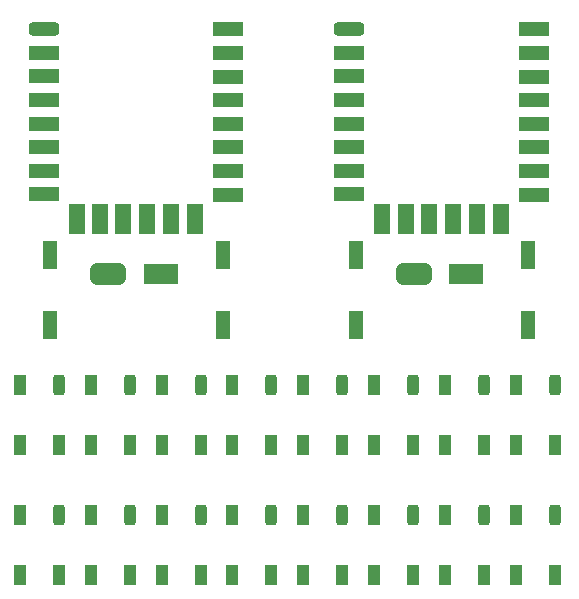
<source format=gtp>
G04 Layer_Color=8421504*
%FSLAX23Y23*%
%MOIN*%
G70*
G01*
G75*
G04:AMPARAMS|DCode=10|XSize=118mil|YSize=71mil|CornerRadius=18mil|HoleSize=0mil|Usage=FLASHONLY|Rotation=0.000|XOffset=0mil|YOffset=0mil|HoleType=Round|Shape=RoundedRectangle|*
%AMROUNDEDRECTD10*
21,1,0.118,0.035,0,0,0.0*
21,1,0.083,0.071,0,0,0.0*
1,1,0.035,0.041,-0.018*
1,1,0.035,-0.041,-0.018*
1,1,0.035,-0.041,0.018*
1,1,0.035,0.041,0.018*
%
%ADD10ROUNDEDRECTD10*%
%ADD11R,0.118X0.071*%
%ADD12R,0.050X0.098*%
%ADD13R,0.100X0.045*%
%ADD14R,0.055X0.100*%
G04:AMPARAMS|DCode=15|XSize=45mil|YSize=100mil|CornerRadius=11mil|HoleSize=0mil|Usage=FLASHONLY|Rotation=90.000|XOffset=0mil|YOffset=0mil|HoleType=Round|Shape=RoundedRectangle|*
%AMROUNDEDRECTD15*
21,1,0.045,0.078,0,0,90.0*
21,1,0.023,0.100,0,0,90.0*
1,1,0.023,0.039,0.011*
1,1,0.023,0.039,-0.011*
1,1,0.023,-0.039,-0.011*
1,1,0.023,-0.039,0.011*
%
%ADD15ROUNDEDRECTD15*%
%ADD18R,0.039X0.067*%
%ADD19R,0.039X0.067*%
G04:AMPARAMS|DCode=20|XSize=67mil|YSize=39mil|CornerRadius=10mil|HoleSize=0mil|Usage=FLASHONLY|Rotation=270.000|XOffset=0mil|YOffset=0mil|HoleType=Round|Shape=RoundedRectangle|*
%AMROUNDEDRECTD20*
21,1,0.067,0.020,0,0,270.0*
21,1,0.047,0.039,0,0,270.0*
1,1,0.020,-0.010,-0.024*
1,1,0.020,-0.010,0.024*
1,1,0.020,0.010,0.024*
1,1,0.020,0.010,-0.024*
%
%ADD20ROUNDEDRECTD20*%
D10*
X1402Y1099D02*
D03*
X383D02*
D03*
D11*
X1575D02*
D03*
X557D02*
D03*
D12*
X1207Y928D02*
D03*
Y1164D02*
D03*
X1782Y928D02*
D03*
Y1164D02*
D03*
X189Y928D02*
D03*
Y1164D02*
D03*
X764Y928D02*
D03*
Y1164D02*
D03*
D13*
X1800Y1757D02*
D03*
X1186Y1837D02*
D03*
Y1758D02*
D03*
Y1680D02*
D03*
Y1600D02*
D03*
Y1522D02*
D03*
Y1444D02*
D03*
Y1365D02*
D03*
X1801Y1364D02*
D03*
Y1443D02*
D03*
Y1521D02*
D03*
X1800Y1600D02*
D03*
Y1679D02*
D03*
Y1837D02*
D03*
Y1915D02*
D03*
X781Y1757D02*
D03*
X167Y1837D02*
D03*
Y1758D02*
D03*
Y1680D02*
D03*
Y1600D02*
D03*
Y1522D02*
D03*
Y1444D02*
D03*
Y1365D02*
D03*
X782Y1364D02*
D03*
Y1443D02*
D03*
Y1521D02*
D03*
X781Y1600D02*
D03*
Y1679D02*
D03*
Y1837D02*
D03*
Y1915D02*
D03*
D14*
X1296Y1283D02*
D03*
X1374D02*
D03*
X1452D02*
D03*
X1532D02*
D03*
X1610D02*
D03*
X1690D02*
D03*
X277D02*
D03*
X355D02*
D03*
X433D02*
D03*
X513D02*
D03*
X591D02*
D03*
X671D02*
D03*
D15*
X1186Y1915D02*
D03*
X167D02*
D03*
D18*
X87Y97D02*
D03*
Y297D02*
D03*
X324D02*
D03*
Y97D02*
D03*
X560D02*
D03*
Y297D02*
D03*
X796D02*
D03*
Y97D02*
D03*
X1032D02*
D03*
Y297D02*
D03*
X1269D02*
D03*
Y97D02*
D03*
X1505D02*
D03*
Y297D02*
D03*
X1741D02*
D03*
Y97D02*
D03*
X87Y530D02*
D03*
Y730D02*
D03*
X324D02*
D03*
Y530D02*
D03*
X560D02*
D03*
Y730D02*
D03*
X796D02*
D03*
Y530D02*
D03*
X1032D02*
D03*
Y730D02*
D03*
X1269D02*
D03*
Y530D02*
D03*
X1505D02*
D03*
Y730D02*
D03*
X1741D02*
D03*
Y530D02*
D03*
D19*
X217Y97D02*
D03*
X454D02*
D03*
X690D02*
D03*
X926D02*
D03*
X1162D02*
D03*
X1399D02*
D03*
X1635D02*
D03*
X1871D02*
D03*
X217Y530D02*
D03*
X454D02*
D03*
X690D02*
D03*
X926D02*
D03*
X1162D02*
D03*
X1399D02*
D03*
X1635D02*
D03*
X1871D02*
D03*
D20*
X217Y297D02*
D03*
X454D02*
D03*
X690D02*
D03*
X926D02*
D03*
X1162D02*
D03*
X1399D02*
D03*
X1635D02*
D03*
X1871D02*
D03*
X217Y730D02*
D03*
X454D02*
D03*
X690D02*
D03*
X926D02*
D03*
X1162D02*
D03*
X1399D02*
D03*
X1635D02*
D03*
X1871D02*
D03*
M02*

</source>
